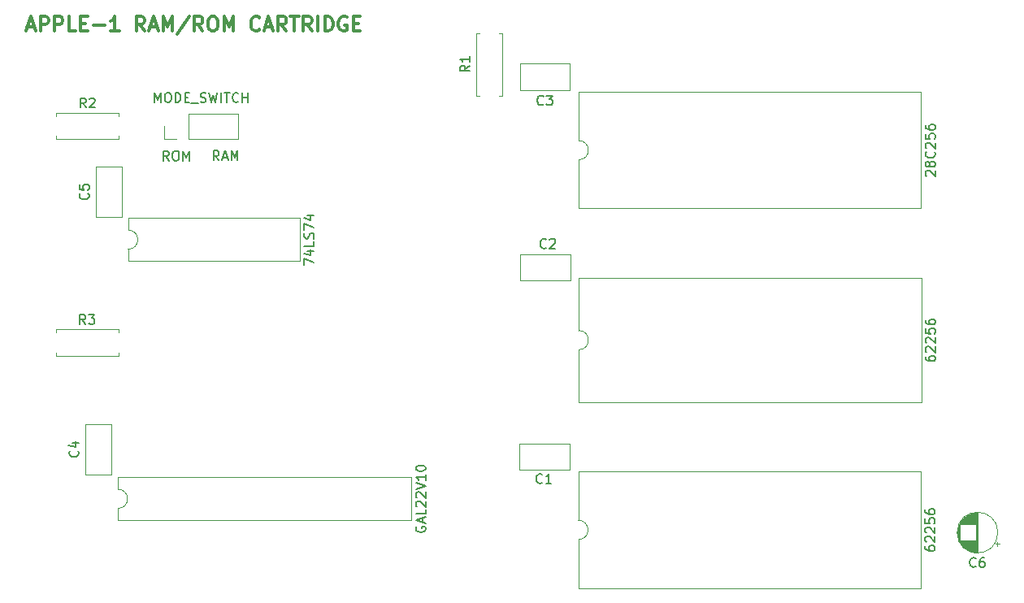
<source format=gbr>
G04 #@! TF.GenerationSoftware,KiCad,Pcbnew,(5.1.5-0)*
G04 #@! TF.CreationDate,2021-03-10T11:50:08+01:00*
G04 #@! TF.ProjectId,Apple1Cartridge,4170706c-6531-4436-9172-747269646765,rev?*
G04 #@! TF.SameCoordinates,Original*
G04 #@! TF.FileFunction,Legend,Top*
G04 #@! TF.FilePolarity,Positive*
%FSLAX46Y46*%
G04 Gerber Fmt 4.6, Leading zero omitted, Abs format (unit mm)*
G04 Created by KiCad (PCBNEW (5.1.5-0)) date 2021-03-10 11:50:08*
%MOMM*%
%LPD*%
G04 APERTURE LIST*
%ADD10C,0.150000*%
%ADD11C,0.300000*%
%ADD12C,0.120000*%
G04 APERTURE END LIST*
D10*
X115496743Y-80825600D02*
X115163410Y-80349410D01*
X114925315Y-80825600D02*
X114925315Y-79825600D01*
X115306267Y-79825600D01*
X115401505Y-79873220D01*
X115449124Y-79920839D01*
X115496743Y-80016077D01*
X115496743Y-80158934D01*
X115449124Y-80254172D01*
X115401505Y-80301791D01*
X115306267Y-80349410D01*
X114925315Y-80349410D01*
X115877696Y-80539886D02*
X116353886Y-80539886D01*
X115782458Y-80825600D02*
X116115791Y-79825600D01*
X116449124Y-80825600D01*
X116782458Y-80825600D02*
X116782458Y-79825600D01*
X117115791Y-80539886D01*
X117449124Y-79825600D01*
X117449124Y-80825600D01*
X110291025Y-80845920D02*
X109957692Y-80369730D01*
X109719597Y-80845920D02*
X109719597Y-79845920D01*
X110100549Y-79845920D01*
X110195787Y-79893540D01*
X110243406Y-79941159D01*
X110291025Y-80036397D01*
X110291025Y-80179254D01*
X110243406Y-80274492D01*
X110195787Y-80322111D01*
X110100549Y-80369730D01*
X109719597Y-80369730D01*
X110910073Y-79845920D02*
X111100549Y-79845920D01*
X111195787Y-79893540D01*
X111291025Y-79988778D01*
X111338644Y-80179254D01*
X111338644Y-80512587D01*
X111291025Y-80703063D01*
X111195787Y-80798301D01*
X111100549Y-80845920D01*
X110910073Y-80845920D01*
X110814835Y-80798301D01*
X110719597Y-80703063D01*
X110671978Y-80512587D01*
X110671978Y-80179254D01*
X110719597Y-79988778D01*
X110814835Y-79893540D01*
X110910073Y-79845920D01*
X111767216Y-80845920D02*
X111767216Y-79845920D01*
X112100549Y-80560206D01*
X112433882Y-79845920D01*
X112433882Y-80845920D01*
D11*
X95522997Y-66925000D02*
X96237282Y-66925000D01*
X95380140Y-67353571D02*
X95880140Y-65853571D01*
X96380140Y-67353571D01*
X96880140Y-67353571D02*
X96880140Y-65853571D01*
X97451568Y-65853571D01*
X97594425Y-65925000D01*
X97665854Y-65996428D01*
X97737282Y-66139285D01*
X97737282Y-66353571D01*
X97665854Y-66496428D01*
X97594425Y-66567857D01*
X97451568Y-66639285D01*
X96880140Y-66639285D01*
X98380140Y-67353571D02*
X98380140Y-65853571D01*
X98951568Y-65853571D01*
X99094425Y-65925000D01*
X99165854Y-65996428D01*
X99237282Y-66139285D01*
X99237282Y-66353571D01*
X99165854Y-66496428D01*
X99094425Y-66567857D01*
X98951568Y-66639285D01*
X98380140Y-66639285D01*
X100594425Y-67353571D02*
X99880140Y-67353571D01*
X99880140Y-65853571D01*
X101094425Y-66567857D02*
X101594425Y-66567857D01*
X101808711Y-67353571D02*
X101094425Y-67353571D01*
X101094425Y-65853571D01*
X101808711Y-65853571D01*
X102451568Y-66782142D02*
X103594425Y-66782142D01*
X105094425Y-67353571D02*
X104237282Y-67353571D01*
X104665854Y-67353571D02*
X104665854Y-65853571D01*
X104522997Y-66067857D01*
X104380140Y-66210714D01*
X104237282Y-66282142D01*
X107737282Y-67353571D02*
X107237282Y-66639285D01*
X106880140Y-67353571D02*
X106880140Y-65853571D01*
X107451568Y-65853571D01*
X107594425Y-65925000D01*
X107665854Y-65996428D01*
X107737282Y-66139285D01*
X107737282Y-66353571D01*
X107665854Y-66496428D01*
X107594425Y-66567857D01*
X107451568Y-66639285D01*
X106880140Y-66639285D01*
X108308711Y-66925000D02*
X109022997Y-66925000D01*
X108165854Y-67353571D02*
X108665854Y-65853571D01*
X109165854Y-67353571D01*
X109665854Y-67353571D02*
X109665854Y-65853571D01*
X110165854Y-66925000D01*
X110665854Y-65853571D01*
X110665854Y-67353571D01*
X112451568Y-65782142D02*
X111165854Y-67710714D01*
X113808711Y-67353571D02*
X113308711Y-66639285D01*
X112951568Y-67353571D02*
X112951568Y-65853571D01*
X113522997Y-65853571D01*
X113665854Y-65925000D01*
X113737282Y-65996428D01*
X113808711Y-66139285D01*
X113808711Y-66353571D01*
X113737282Y-66496428D01*
X113665854Y-66567857D01*
X113522997Y-66639285D01*
X112951568Y-66639285D01*
X114737282Y-65853571D02*
X115022997Y-65853571D01*
X115165854Y-65925000D01*
X115308711Y-66067857D01*
X115380140Y-66353571D01*
X115380140Y-66853571D01*
X115308711Y-67139285D01*
X115165854Y-67282142D01*
X115022997Y-67353571D01*
X114737282Y-67353571D01*
X114594425Y-67282142D01*
X114451568Y-67139285D01*
X114380140Y-66853571D01*
X114380140Y-66353571D01*
X114451568Y-66067857D01*
X114594425Y-65925000D01*
X114737282Y-65853571D01*
X116022997Y-67353571D02*
X116022997Y-65853571D01*
X116522997Y-66925000D01*
X117022997Y-65853571D01*
X117022997Y-67353571D01*
X119737282Y-67210714D02*
X119665854Y-67282142D01*
X119451568Y-67353571D01*
X119308711Y-67353571D01*
X119094425Y-67282142D01*
X118951568Y-67139285D01*
X118880140Y-66996428D01*
X118808711Y-66710714D01*
X118808711Y-66496428D01*
X118880140Y-66210714D01*
X118951568Y-66067857D01*
X119094425Y-65925000D01*
X119308711Y-65853571D01*
X119451568Y-65853571D01*
X119665854Y-65925000D01*
X119737282Y-65996428D01*
X120308711Y-66925000D02*
X121022997Y-66925000D01*
X120165854Y-67353571D02*
X120665854Y-65853571D01*
X121165854Y-67353571D01*
X122522997Y-67353571D02*
X122022997Y-66639285D01*
X121665854Y-67353571D02*
X121665854Y-65853571D01*
X122237282Y-65853571D01*
X122380140Y-65925000D01*
X122451568Y-65996428D01*
X122522997Y-66139285D01*
X122522997Y-66353571D01*
X122451568Y-66496428D01*
X122380140Y-66567857D01*
X122237282Y-66639285D01*
X121665854Y-66639285D01*
X122951568Y-65853571D02*
X123808711Y-65853571D01*
X123380140Y-67353571D02*
X123380140Y-65853571D01*
X125165854Y-67353571D02*
X124665854Y-66639285D01*
X124308711Y-67353571D02*
X124308711Y-65853571D01*
X124880140Y-65853571D01*
X125022997Y-65925000D01*
X125094425Y-65996428D01*
X125165854Y-66139285D01*
X125165854Y-66353571D01*
X125094425Y-66496428D01*
X125022997Y-66567857D01*
X124880140Y-66639285D01*
X124308711Y-66639285D01*
X125808711Y-67353571D02*
X125808711Y-65853571D01*
X126522997Y-67353571D02*
X126522997Y-65853571D01*
X126880140Y-65853571D01*
X127094425Y-65925000D01*
X127237282Y-66067857D01*
X127308711Y-66210714D01*
X127380140Y-66496428D01*
X127380140Y-66710714D01*
X127308711Y-66996428D01*
X127237282Y-67139285D01*
X127094425Y-67282142D01*
X126880140Y-67353571D01*
X126522997Y-67353571D01*
X128808711Y-65925000D02*
X128665854Y-65853571D01*
X128451568Y-65853571D01*
X128237282Y-65925000D01*
X128094425Y-66067857D01*
X128022997Y-66210714D01*
X127951568Y-66496428D01*
X127951568Y-66710714D01*
X128022997Y-66996428D01*
X128094425Y-67139285D01*
X128237282Y-67282142D01*
X128451568Y-67353571D01*
X128594425Y-67353571D01*
X128808711Y-67282142D01*
X128880140Y-67210714D01*
X128880140Y-66710714D01*
X128594425Y-66710714D01*
X129522997Y-66567857D02*
X130022997Y-66567857D01*
X130237282Y-67353571D02*
X129522997Y-67353571D01*
X129522997Y-65853571D01*
X130237282Y-65853571D01*
D12*
X152977540Y-73712260D02*
X152977540Y-78772260D01*
X188657540Y-73712260D02*
X152977540Y-73712260D01*
X188657540Y-85832260D02*
X188657540Y-73712260D01*
X152977540Y-85832260D02*
X188657540Y-85832260D01*
X152977540Y-80772260D02*
X152977540Y-85832260D01*
X152977540Y-78772260D02*
G75*
G02X152977540Y-80772260I0J-1000000D01*
G01*
X152985160Y-93093780D02*
X152985160Y-98553780D01*
X188665160Y-93093780D02*
X152985160Y-93093780D01*
X188665160Y-106013780D02*
X188665160Y-93093780D01*
X152985160Y-106013780D02*
X188665160Y-106013780D01*
X152985160Y-100553780D02*
X152985160Y-106013780D01*
X152985160Y-98553780D02*
G75*
G02X152985160Y-100553780I0J-1000000D01*
G01*
X152947060Y-113267680D02*
X152947060Y-118327680D01*
X188627060Y-113267680D02*
X152947060Y-113267680D01*
X188627060Y-125387680D02*
X188627060Y-113267680D01*
X152947060Y-125387680D02*
X188627060Y-125387680D01*
X152947060Y-120327680D02*
X152947060Y-125387680D01*
X152947060Y-118327680D02*
G75*
G02X152947060Y-120327680I0J-1000000D01*
G01*
X104971540Y-113840700D02*
X104971540Y-115090700D01*
X135571540Y-113840700D02*
X104971540Y-113840700D01*
X135571540Y-118340700D02*
X135571540Y-113840700D01*
X104971540Y-118340700D02*
X135571540Y-118340700D01*
X104971540Y-117090700D02*
X104971540Y-118340700D01*
X104971540Y-115090700D02*
G75*
G02X104971540Y-117090700I0J-1000000D01*
G01*
X106038340Y-86840500D02*
X106038340Y-88090500D01*
X123938340Y-86840500D02*
X106038340Y-86840500D01*
X123938340Y-91340500D02*
X123938340Y-86840500D01*
X106038340Y-91340500D02*
X123938340Y-91340500D01*
X106038340Y-90090500D02*
X106038340Y-91340500D01*
X106038340Y-88090500D02*
G75*
G02X106038340Y-90090500I0J-1000000D01*
G01*
X146868840Y-93348480D02*
X146868840Y-90608480D01*
X152108840Y-93348480D02*
X152108840Y-90608480D01*
X152108840Y-90608480D02*
X146868840Y-90608480D01*
X152108840Y-93348480D02*
X146868840Y-93348480D01*
X146835820Y-73488220D02*
X146835820Y-70748220D01*
X152075820Y-73488220D02*
X152075820Y-70748220D01*
X152075820Y-70748220D02*
X146835820Y-70748220D01*
X152075820Y-73488220D02*
X146835820Y-73488220D01*
X196591381Y-121003600D02*
X196591381Y-120603600D01*
X196791381Y-120803600D02*
X196391381Y-120803600D01*
X192440580Y-119978600D02*
X192440580Y-119238600D01*
X192480580Y-120145600D02*
X192480580Y-119071600D01*
X192520580Y-120272600D02*
X192520580Y-118944600D01*
X192560580Y-120376600D02*
X192560580Y-118840600D01*
X192600580Y-120467600D02*
X192600580Y-118749600D01*
X192640580Y-120548600D02*
X192640580Y-118668600D01*
X192680580Y-120621600D02*
X192680580Y-118595600D01*
X192720580Y-118768600D02*
X192720580Y-118528600D01*
X192720580Y-120688600D02*
X192720580Y-120448600D01*
X192760580Y-118768600D02*
X192760580Y-118466600D01*
X192760580Y-120750600D02*
X192760580Y-120448600D01*
X192800580Y-118768600D02*
X192800580Y-118408600D01*
X192800580Y-120808600D02*
X192800580Y-120448600D01*
X192840580Y-118768600D02*
X192840580Y-118354600D01*
X192840580Y-120862600D02*
X192840580Y-120448600D01*
X192880580Y-118768600D02*
X192880580Y-118304600D01*
X192880580Y-120912600D02*
X192880580Y-120448600D01*
X192920580Y-118768600D02*
X192920580Y-118257600D01*
X192920580Y-120959600D02*
X192920580Y-120448600D01*
X192960580Y-118768600D02*
X192960580Y-118212600D01*
X192960580Y-121004600D02*
X192960580Y-120448600D01*
X193000580Y-118768600D02*
X193000580Y-118170600D01*
X193000580Y-121046600D02*
X193000580Y-120448600D01*
X193040580Y-118768600D02*
X193040580Y-118130600D01*
X193040580Y-121086600D02*
X193040580Y-120448600D01*
X193080580Y-118768600D02*
X193080580Y-118092600D01*
X193080580Y-121124600D02*
X193080580Y-120448600D01*
X193120580Y-118768600D02*
X193120580Y-118056600D01*
X193120580Y-121160600D02*
X193120580Y-120448600D01*
X193160580Y-118768600D02*
X193160580Y-118021600D01*
X193160580Y-121195600D02*
X193160580Y-120448600D01*
X193200580Y-118768600D02*
X193200580Y-117989600D01*
X193200580Y-121227600D02*
X193200580Y-120448600D01*
X193240580Y-118768600D02*
X193240580Y-117958600D01*
X193240580Y-121258600D02*
X193240580Y-120448600D01*
X193280580Y-118768600D02*
X193280580Y-117928600D01*
X193280580Y-121288600D02*
X193280580Y-120448600D01*
X193320580Y-118768600D02*
X193320580Y-117900600D01*
X193320580Y-121316600D02*
X193320580Y-120448600D01*
X193360580Y-118768600D02*
X193360580Y-117873600D01*
X193360580Y-121343600D02*
X193360580Y-120448600D01*
X193400580Y-118768600D02*
X193400580Y-117848600D01*
X193400580Y-121368600D02*
X193400580Y-120448600D01*
X193440580Y-118768600D02*
X193440580Y-117823600D01*
X193440580Y-121393600D02*
X193440580Y-120448600D01*
X193480580Y-118768600D02*
X193480580Y-117800600D01*
X193480580Y-121416600D02*
X193480580Y-120448600D01*
X193520580Y-118768600D02*
X193520580Y-117778600D01*
X193520580Y-121438600D02*
X193520580Y-120448600D01*
X193560580Y-118768600D02*
X193560580Y-117757600D01*
X193560580Y-121459600D02*
X193560580Y-120448600D01*
X193600580Y-118768600D02*
X193600580Y-117738600D01*
X193600580Y-121478600D02*
X193600580Y-120448600D01*
X193640580Y-118768600D02*
X193640580Y-117719600D01*
X193640580Y-121497600D02*
X193640580Y-120448600D01*
X193680580Y-118768600D02*
X193680580Y-117701600D01*
X193680580Y-121515600D02*
X193680580Y-120448600D01*
X193720580Y-118768600D02*
X193720580Y-117684600D01*
X193720580Y-121532600D02*
X193720580Y-120448600D01*
X193760580Y-118768600D02*
X193760580Y-117668600D01*
X193760580Y-121548600D02*
X193760580Y-120448600D01*
X193800580Y-118768600D02*
X193800580Y-117654600D01*
X193800580Y-121562600D02*
X193800580Y-120448600D01*
X193841580Y-118768600D02*
X193841580Y-117640600D01*
X193841580Y-121576600D02*
X193841580Y-120448600D01*
X193881580Y-118768600D02*
X193881580Y-117626600D01*
X193881580Y-121590600D02*
X193881580Y-120448600D01*
X193921580Y-118768600D02*
X193921580Y-117614600D01*
X193921580Y-121602600D02*
X193921580Y-120448600D01*
X193961580Y-118768600D02*
X193961580Y-117603600D01*
X193961580Y-121613600D02*
X193961580Y-120448600D01*
X194001580Y-118768600D02*
X194001580Y-117592600D01*
X194001580Y-121624600D02*
X194001580Y-120448600D01*
X194041580Y-118768600D02*
X194041580Y-117583600D01*
X194041580Y-121633600D02*
X194041580Y-120448600D01*
X194081580Y-118768600D02*
X194081580Y-117574600D01*
X194081580Y-121642600D02*
X194081580Y-120448600D01*
X194121580Y-118768600D02*
X194121580Y-117566600D01*
X194121580Y-121650600D02*
X194121580Y-120448600D01*
X194161580Y-118768600D02*
X194161580Y-117558600D01*
X194161580Y-121658600D02*
X194161580Y-120448600D01*
X194201580Y-118768600D02*
X194201580Y-117552600D01*
X194201580Y-121664600D02*
X194201580Y-120448600D01*
X194241580Y-118768600D02*
X194241580Y-117546600D01*
X194241580Y-121670600D02*
X194241580Y-120448600D01*
X194281580Y-118768600D02*
X194281580Y-117541600D01*
X194281580Y-121675600D02*
X194281580Y-120448600D01*
X194321580Y-118768600D02*
X194321580Y-117537600D01*
X194321580Y-121679600D02*
X194321580Y-120448600D01*
X194361580Y-121682600D02*
X194361580Y-117534600D01*
X194401580Y-121685600D02*
X194401580Y-117531600D01*
X194441580Y-121687600D02*
X194441580Y-117529600D01*
X194481580Y-121688600D02*
X194481580Y-117528600D01*
X194521580Y-121688600D02*
X194521580Y-117528600D01*
X196641580Y-119608600D02*
G75*
G03X196641580Y-119608600I-2120000J0D01*
G01*
X142274620Y-74105520D02*
X142604620Y-74105520D01*
X142274620Y-67565520D02*
X142274620Y-74105520D01*
X142604620Y-67565520D02*
X142274620Y-67565520D01*
X145014620Y-74105520D02*
X144684620Y-74105520D01*
X145014620Y-67565520D02*
X145014620Y-74105520D01*
X144684620Y-67565520D02*
X145014620Y-67565520D01*
X105035100Y-101174220D02*
X105035100Y-100844220D01*
X98495100Y-101174220D02*
X105035100Y-101174220D01*
X98495100Y-100844220D02*
X98495100Y-101174220D01*
X105035100Y-98434220D02*
X105035100Y-98764220D01*
X98495100Y-98434220D02*
X105035100Y-98434220D01*
X98495100Y-98764220D02*
X98495100Y-98434220D01*
X105070660Y-78624100D02*
X105070660Y-78294100D01*
X98530660Y-78624100D02*
X105070660Y-78624100D01*
X98530660Y-78294100D02*
X98530660Y-78624100D01*
X105070660Y-75884100D02*
X105070660Y-76214100D01*
X98530660Y-75884100D02*
X105070660Y-75884100D01*
X98530660Y-76214100D02*
X98530660Y-75884100D01*
X109772140Y-78599340D02*
X109772140Y-77269340D01*
X111102140Y-78599340D02*
X109772140Y-78599340D01*
X112372140Y-78599340D02*
X112372140Y-75939340D01*
X112372140Y-75939340D02*
X117512140Y-75939340D01*
X112372140Y-78599340D02*
X117512140Y-78599340D01*
X117512140Y-78599340D02*
X117512140Y-75939340D01*
X101558420Y-108314180D02*
X104298420Y-108314180D01*
X101558420Y-113554180D02*
X104298420Y-113554180D01*
X104298420Y-113554180D02*
X104298420Y-108314180D01*
X101558420Y-113554180D02*
X101558420Y-108314180D01*
X102645540Y-81496860D02*
X105385540Y-81496860D01*
X102645540Y-86736860D02*
X105385540Y-86736860D01*
X105385540Y-86736860D02*
X105385540Y-81496860D01*
X102645540Y-86736860D02*
X102645540Y-81496860D01*
X146779940Y-113053800D02*
X146779940Y-110313800D01*
X152019940Y-113053800D02*
X152019940Y-110313800D01*
X152019940Y-110313800D02*
X146779940Y-110313800D01*
X152019940Y-113053800D02*
X146779940Y-113053800D01*
D10*
X189205159Y-82462736D02*
X189157540Y-82415117D01*
X189109920Y-82319879D01*
X189109920Y-82081783D01*
X189157540Y-81986545D01*
X189205159Y-81938926D01*
X189300397Y-81891307D01*
X189395635Y-81891307D01*
X189538492Y-81938926D01*
X190109920Y-82510355D01*
X190109920Y-81891307D01*
X189538492Y-81319879D02*
X189490873Y-81415117D01*
X189443254Y-81462736D01*
X189348016Y-81510355D01*
X189300397Y-81510355D01*
X189205159Y-81462736D01*
X189157540Y-81415117D01*
X189109920Y-81319879D01*
X189109920Y-81129402D01*
X189157540Y-81034164D01*
X189205159Y-80986545D01*
X189300397Y-80938926D01*
X189348016Y-80938926D01*
X189443254Y-80986545D01*
X189490873Y-81034164D01*
X189538492Y-81129402D01*
X189538492Y-81319879D01*
X189586111Y-81415117D01*
X189633730Y-81462736D01*
X189728968Y-81510355D01*
X189919444Y-81510355D01*
X190014682Y-81462736D01*
X190062301Y-81415117D01*
X190109920Y-81319879D01*
X190109920Y-81129402D01*
X190062301Y-81034164D01*
X190014682Y-80986545D01*
X189919444Y-80938926D01*
X189728968Y-80938926D01*
X189633730Y-80986545D01*
X189586111Y-81034164D01*
X189538492Y-81129402D01*
X190014682Y-79938926D02*
X190062301Y-79986545D01*
X190109920Y-80129402D01*
X190109920Y-80224640D01*
X190062301Y-80367498D01*
X189967063Y-80462736D01*
X189871825Y-80510355D01*
X189681349Y-80557974D01*
X189538492Y-80557974D01*
X189348016Y-80510355D01*
X189252778Y-80462736D01*
X189157540Y-80367498D01*
X189109920Y-80224640D01*
X189109920Y-80129402D01*
X189157540Y-79986545D01*
X189205159Y-79938926D01*
X189205159Y-79557974D02*
X189157540Y-79510355D01*
X189109920Y-79415117D01*
X189109920Y-79177021D01*
X189157540Y-79081783D01*
X189205159Y-79034164D01*
X189300397Y-78986545D01*
X189395635Y-78986545D01*
X189538492Y-79034164D01*
X190109920Y-79605593D01*
X190109920Y-78986545D01*
X189109920Y-78081783D02*
X189109920Y-78557974D01*
X189586111Y-78605593D01*
X189538492Y-78557974D01*
X189490873Y-78462736D01*
X189490873Y-78224640D01*
X189538492Y-78129402D01*
X189586111Y-78081783D01*
X189681349Y-78034164D01*
X189919444Y-78034164D01*
X190014682Y-78081783D01*
X190062301Y-78129402D01*
X190109920Y-78224640D01*
X190109920Y-78462736D01*
X190062301Y-78557974D01*
X190014682Y-78605593D01*
X189109920Y-77177021D02*
X189109920Y-77367498D01*
X189157540Y-77462736D01*
X189205159Y-77510355D01*
X189348016Y-77605593D01*
X189538492Y-77653212D01*
X189919444Y-77653212D01*
X190014682Y-77605593D01*
X190062301Y-77557974D01*
X190109920Y-77462736D01*
X190109920Y-77272260D01*
X190062301Y-77177021D01*
X190014682Y-77129402D01*
X189919444Y-77081783D01*
X189681349Y-77081783D01*
X189586111Y-77129402D01*
X189538492Y-77177021D01*
X189490873Y-77272260D01*
X189490873Y-77462736D01*
X189538492Y-77557974D01*
X189586111Y-77605593D01*
X189681349Y-77653212D01*
X189117540Y-101268065D02*
X189117540Y-101458541D01*
X189165160Y-101553780D01*
X189212779Y-101601399D01*
X189355636Y-101696637D01*
X189546112Y-101744256D01*
X189927064Y-101744256D01*
X190022302Y-101696637D01*
X190069921Y-101649018D01*
X190117540Y-101553780D01*
X190117540Y-101363303D01*
X190069921Y-101268065D01*
X190022302Y-101220446D01*
X189927064Y-101172827D01*
X189688969Y-101172827D01*
X189593731Y-101220446D01*
X189546112Y-101268065D01*
X189498493Y-101363303D01*
X189498493Y-101553780D01*
X189546112Y-101649018D01*
X189593731Y-101696637D01*
X189688969Y-101744256D01*
X189212779Y-100791875D02*
X189165160Y-100744256D01*
X189117540Y-100649018D01*
X189117540Y-100410922D01*
X189165160Y-100315684D01*
X189212779Y-100268065D01*
X189308017Y-100220446D01*
X189403255Y-100220446D01*
X189546112Y-100268065D01*
X190117540Y-100839494D01*
X190117540Y-100220446D01*
X189212779Y-99839494D02*
X189165160Y-99791875D01*
X189117540Y-99696637D01*
X189117540Y-99458541D01*
X189165160Y-99363303D01*
X189212779Y-99315684D01*
X189308017Y-99268065D01*
X189403255Y-99268065D01*
X189546112Y-99315684D01*
X190117540Y-99887113D01*
X190117540Y-99268065D01*
X189117540Y-98363303D02*
X189117540Y-98839494D01*
X189593731Y-98887113D01*
X189546112Y-98839494D01*
X189498493Y-98744256D01*
X189498493Y-98506160D01*
X189546112Y-98410922D01*
X189593731Y-98363303D01*
X189688969Y-98315684D01*
X189927064Y-98315684D01*
X190022302Y-98363303D01*
X190069921Y-98410922D01*
X190117540Y-98506160D01*
X190117540Y-98744256D01*
X190069921Y-98839494D01*
X190022302Y-98887113D01*
X189117540Y-97458541D02*
X189117540Y-97649018D01*
X189165160Y-97744256D01*
X189212779Y-97791875D01*
X189355636Y-97887113D01*
X189546112Y-97934732D01*
X189927064Y-97934732D01*
X190022302Y-97887113D01*
X190069921Y-97839494D01*
X190117540Y-97744256D01*
X190117540Y-97553780D01*
X190069921Y-97458541D01*
X190022302Y-97410922D01*
X189927064Y-97363303D01*
X189688969Y-97363303D01*
X189593731Y-97410922D01*
X189546112Y-97458541D01*
X189498493Y-97553780D01*
X189498493Y-97744256D01*
X189546112Y-97839494D01*
X189593731Y-97887113D01*
X189688969Y-97934732D01*
X189079440Y-121041965D02*
X189079440Y-121232441D01*
X189127060Y-121327680D01*
X189174679Y-121375299D01*
X189317536Y-121470537D01*
X189508012Y-121518156D01*
X189888964Y-121518156D01*
X189984202Y-121470537D01*
X190031821Y-121422918D01*
X190079440Y-121327680D01*
X190079440Y-121137203D01*
X190031821Y-121041965D01*
X189984202Y-120994346D01*
X189888964Y-120946727D01*
X189650869Y-120946727D01*
X189555631Y-120994346D01*
X189508012Y-121041965D01*
X189460393Y-121137203D01*
X189460393Y-121327680D01*
X189508012Y-121422918D01*
X189555631Y-121470537D01*
X189650869Y-121518156D01*
X189174679Y-120565775D02*
X189127060Y-120518156D01*
X189079440Y-120422918D01*
X189079440Y-120184822D01*
X189127060Y-120089584D01*
X189174679Y-120041965D01*
X189269917Y-119994346D01*
X189365155Y-119994346D01*
X189508012Y-120041965D01*
X190079440Y-120613394D01*
X190079440Y-119994346D01*
X189174679Y-119613394D02*
X189127060Y-119565775D01*
X189079440Y-119470537D01*
X189079440Y-119232441D01*
X189127060Y-119137203D01*
X189174679Y-119089584D01*
X189269917Y-119041965D01*
X189365155Y-119041965D01*
X189508012Y-119089584D01*
X190079440Y-119661013D01*
X190079440Y-119041965D01*
X189079440Y-118137203D02*
X189079440Y-118613394D01*
X189555631Y-118661013D01*
X189508012Y-118613394D01*
X189460393Y-118518156D01*
X189460393Y-118280060D01*
X189508012Y-118184822D01*
X189555631Y-118137203D01*
X189650869Y-118089584D01*
X189888964Y-118089584D01*
X189984202Y-118137203D01*
X190031821Y-118184822D01*
X190079440Y-118280060D01*
X190079440Y-118518156D01*
X190031821Y-118613394D01*
X189984202Y-118661013D01*
X189079440Y-117232441D02*
X189079440Y-117422918D01*
X189127060Y-117518156D01*
X189174679Y-117565775D01*
X189317536Y-117661013D01*
X189508012Y-117708632D01*
X189888964Y-117708632D01*
X189984202Y-117661013D01*
X190031821Y-117613394D01*
X190079440Y-117518156D01*
X190079440Y-117327680D01*
X190031821Y-117232441D01*
X189984202Y-117184822D01*
X189888964Y-117137203D01*
X189650869Y-117137203D01*
X189555631Y-117184822D01*
X189508012Y-117232441D01*
X189460393Y-117327680D01*
X189460393Y-117518156D01*
X189508012Y-117613394D01*
X189555631Y-117661013D01*
X189650869Y-117708632D01*
X136071540Y-118995461D02*
X136023920Y-119090700D01*
X136023920Y-119233557D01*
X136071540Y-119376414D01*
X136166778Y-119471652D01*
X136262016Y-119519271D01*
X136452492Y-119566890D01*
X136595349Y-119566890D01*
X136785825Y-119519271D01*
X136881063Y-119471652D01*
X136976301Y-119376414D01*
X137023920Y-119233557D01*
X137023920Y-119138319D01*
X136976301Y-118995461D01*
X136928682Y-118947842D01*
X136595349Y-118947842D01*
X136595349Y-119138319D01*
X136738206Y-118566890D02*
X136738206Y-118090700D01*
X137023920Y-118662128D02*
X136023920Y-118328795D01*
X137023920Y-117995461D01*
X137023920Y-117185938D02*
X137023920Y-117662128D01*
X136023920Y-117662128D01*
X136119159Y-116900223D02*
X136071540Y-116852604D01*
X136023920Y-116757366D01*
X136023920Y-116519271D01*
X136071540Y-116424033D01*
X136119159Y-116376414D01*
X136214397Y-116328795D01*
X136309635Y-116328795D01*
X136452492Y-116376414D01*
X137023920Y-116947842D01*
X137023920Y-116328795D01*
X136119159Y-115947842D02*
X136071540Y-115900223D01*
X136023920Y-115804985D01*
X136023920Y-115566890D01*
X136071540Y-115471652D01*
X136119159Y-115424033D01*
X136214397Y-115376414D01*
X136309635Y-115376414D01*
X136452492Y-115424033D01*
X137023920Y-115995461D01*
X137023920Y-115376414D01*
X136023920Y-115090700D02*
X137023920Y-114757366D01*
X136023920Y-114424033D01*
X137023920Y-113566890D02*
X137023920Y-114138319D01*
X137023920Y-113852604D02*
X136023920Y-113852604D01*
X136166778Y-113947842D01*
X136262016Y-114043080D01*
X136309635Y-114138319D01*
X136023920Y-112947842D02*
X136023920Y-112852604D01*
X136071540Y-112757366D01*
X136119159Y-112709747D01*
X136214397Y-112662128D01*
X136404873Y-112614509D01*
X136642968Y-112614509D01*
X136833444Y-112662128D01*
X136928682Y-112709747D01*
X136976301Y-112757366D01*
X137023920Y-112852604D01*
X137023920Y-112947842D01*
X136976301Y-113043080D01*
X136928682Y-113090700D01*
X136833444Y-113138319D01*
X136642968Y-113185938D01*
X136404873Y-113185938D01*
X136214397Y-113138319D01*
X136119159Y-113090700D01*
X136071540Y-113043080D01*
X136023920Y-112947842D01*
X124390720Y-91733357D02*
X124390720Y-91066690D01*
X125390720Y-91495261D01*
X124724054Y-90257166D02*
X125390720Y-90257166D01*
X124343101Y-90495261D02*
X125057387Y-90733357D01*
X125057387Y-90114309D01*
X125390720Y-89257166D02*
X125390720Y-89733357D01*
X124390720Y-89733357D01*
X125343101Y-88971452D02*
X125390720Y-88828595D01*
X125390720Y-88590500D01*
X125343101Y-88495261D01*
X125295482Y-88447642D01*
X125200244Y-88400023D01*
X125105006Y-88400023D01*
X125009768Y-88447642D01*
X124962149Y-88495261D01*
X124914530Y-88590500D01*
X124866911Y-88780976D01*
X124819292Y-88876214D01*
X124771673Y-88923833D01*
X124676435Y-88971452D01*
X124581197Y-88971452D01*
X124485959Y-88923833D01*
X124438340Y-88876214D01*
X124390720Y-88780976D01*
X124390720Y-88542880D01*
X124438340Y-88400023D01*
X124390720Y-88066690D02*
X124390720Y-87400023D01*
X125390720Y-87828595D01*
X124724054Y-86590500D02*
X125390720Y-86590500D01*
X124343101Y-86828595D02*
X125057387Y-87066690D01*
X125057387Y-86447642D01*
X149584113Y-89904842D02*
X149536494Y-89952461D01*
X149393637Y-90000080D01*
X149298399Y-90000080D01*
X149155541Y-89952461D01*
X149060303Y-89857223D01*
X149012684Y-89761985D01*
X148965065Y-89571509D01*
X148965065Y-89428652D01*
X149012684Y-89238176D01*
X149060303Y-89142938D01*
X149155541Y-89047700D01*
X149298399Y-89000080D01*
X149393637Y-89000080D01*
X149536494Y-89047700D01*
X149584113Y-89095319D01*
X149965065Y-89095319D02*
X150012684Y-89047700D01*
X150107922Y-89000080D01*
X150346018Y-89000080D01*
X150441256Y-89047700D01*
X150488875Y-89095319D01*
X150536494Y-89190557D01*
X150536494Y-89285795D01*
X150488875Y-89428652D01*
X149917446Y-90000080D01*
X150536494Y-90000080D01*
X149289153Y-74975362D02*
X149241534Y-75022981D01*
X149098677Y-75070600D01*
X149003439Y-75070600D01*
X148860581Y-75022981D01*
X148765343Y-74927743D01*
X148717724Y-74832505D01*
X148670105Y-74642029D01*
X148670105Y-74499172D01*
X148717724Y-74308696D01*
X148765343Y-74213458D01*
X148860581Y-74118220D01*
X149003439Y-74070600D01*
X149098677Y-74070600D01*
X149241534Y-74118220D01*
X149289153Y-74165839D01*
X149622486Y-74070600D02*
X150241534Y-74070600D01*
X149908200Y-74451553D01*
X150051058Y-74451553D01*
X150146296Y-74499172D01*
X150193915Y-74546791D01*
X150241534Y-74642029D01*
X150241534Y-74880124D01*
X150193915Y-74975362D01*
X150146296Y-75022981D01*
X150051058Y-75070600D01*
X149765343Y-75070600D01*
X149670105Y-75022981D01*
X149622486Y-74975362D01*
X194343993Y-123110262D02*
X194296374Y-123157881D01*
X194153517Y-123205500D01*
X194058279Y-123205500D01*
X193915421Y-123157881D01*
X193820183Y-123062643D01*
X193772564Y-122967405D01*
X193724945Y-122776929D01*
X193724945Y-122634072D01*
X193772564Y-122443596D01*
X193820183Y-122348358D01*
X193915421Y-122253120D01*
X194058279Y-122205500D01*
X194153517Y-122205500D01*
X194296374Y-122253120D01*
X194343993Y-122300739D01*
X195201136Y-122205500D02*
X195010660Y-122205500D01*
X194915421Y-122253120D01*
X194867802Y-122300739D01*
X194772564Y-122443596D01*
X194724945Y-122634072D01*
X194724945Y-123015024D01*
X194772564Y-123110262D01*
X194820183Y-123157881D01*
X194915421Y-123205500D01*
X195105898Y-123205500D01*
X195201136Y-123157881D01*
X195248755Y-123110262D01*
X195296374Y-123015024D01*
X195296374Y-122776929D01*
X195248755Y-122681691D01*
X195201136Y-122634072D01*
X195105898Y-122586453D01*
X194915421Y-122586453D01*
X194820183Y-122634072D01*
X194772564Y-122681691D01*
X194724945Y-122776929D01*
X141617960Y-70951386D02*
X141141770Y-71284720D01*
X141617960Y-71522815D02*
X140617960Y-71522815D01*
X140617960Y-71141862D01*
X140665580Y-71046624D01*
X140713199Y-70999005D01*
X140808437Y-70951386D01*
X140951294Y-70951386D01*
X141046532Y-70999005D01*
X141094151Y-71046624D01*
X141141770Y-71141862D01*
X141141770Y-71522815D01*
X141617960Y-69999005D02*
X141617960Y-70570434D01*
X141617960Y-70284720D02*
X140617960Y-70284720D01*
X140760818Y-70379958D01*
X140856056Y-70475196D01*
X140903675Y-70570434D01*
X101598433Y-97886600D02*
X101265100Y-97410410D01*
X101027004Y-97886600D02*
X101027004Y-96886600D01*
X101407957Y-96886600D01*
X101503195Y-96934220D01*
X101550814Y-96981839D01*
X101598433Y-97077077D01*
X101598433Y-97219934D01*
X101550814Y-97315172D01*
X101503195Y-97362791D01*
X101407957Y-97410410D01*
X101027004Y-97410410D01*
X101931766Y-96886600D02*
X102550814Y-96886600D01*
X102217480Y-97267553D01*
X102360338Y-97267553D01*
X102455576Y-97315172D01*
X102503195Y-97362791D01*
X102550814Y-97458029D01*
X102550814Y-97696124D01*
X102503195Y-97791362D01*
X102455576Y-97838981D01*
X102360338Y-97886600D01*
X102074623Y-97886600D01*
X101979385Y-97838981D01*
X101931766Y-97791362D01*
X101633993Y-75336480D02*
X101300660Y-74860290D01*
X101062564Y-75336480D02*
X101062564Y-74336480D01*
X101443517Y-74336480D01*
X101538755Y-74384100D01*
X101586374Y-74431719D01*
X101633993Y-74526957D01*
X101633993Y-74669814D01*
X101586374Y-74765052D01*
X101538755Y-74812671D01*
X101443517Y-74860290D01*
X101062564Y-74860290D01*
X102014945Y-74431719D02*
X102062564Y-74384100D01*
X102157802Y-74336480D01*
X102395898Y-74336480D01*
X102491136Y-74384100D01*
X102538755Y-74431719D01*
X102586374Y-74526957D01*
X102586374Y-74622195D01*
X102538755Y-74765052D01*
X101967326Y-75336480D01*
X102586374Y-75336480D01*
X108763727Y-74780400D02*
X108763727Y-73780400D01*
X109097060Y-74494686D01*
X109430394Y-73780400D01*
X109430394Y-74780400D01*
X110097060Y-73780400D02*
X110287537Y-73780400D01*
X110382775Y-73828020D01*
X110478013Y-73923258D01*
X110525632Y-74113734D01*
X110525632Y-74447067D01*
X110478013Y-74637543D01*
X110382775Y-74732781D01*
X110287537Y-74780400D01*
X110097060Y-74780400D01*
X110001822Y-74732781D01*
X109906584Y-74637543D01*
X109858965Y-74447067D01*
X109858965Y-74113734D01*
X109906584Y-73923258D01*
X110001822Y-73828020D01*
X110097060Y-73780400D01*
X110954203Y-74780400D02*
X110954203Y-73780400D01*
X111192299Y-73780400D01*
X111335156Y-73828020D01*
X111430394Y-73923258D01*
X111478013Y-74018496D01*
X111525632Y-74208972D01*
X111525632Y-74351829D01*
X111478013Y-74542305D01*
X111430394Y-74637543D01*
X111335156Y-74732781D01*
X111192299Y-74780400D01*
X110954203Y-74780400D01*
X111954203Y-74256591D02*
X112287537Y-74256591D01*
X112430394Y-74780400D02*
X111954203Y-74780400D01*
X111954203Y-73780400D01*
X112430394Y-73780400D01*
X112620870Y-74875639D02*
X113382775Y-74875639D01*
X113573251Y-74732781D02*
X113716108Y-74780400D01*
X113954203Y-74780400D01*
X114049441Y-74732781D01*
X114097060Y-74685162D01*
X114144680Y-74589924D01*
X114144680Y-74494686D01*
X114097060Y-74399448D01*
X114049441Y-74351829D01*
X113954203Y-74304210D01*
X113763727Y-74256591D01*
X113668489Y-74208972D01*
X113620870Y-74161353D01*
X113573251Y-74066115D01*
X113573251Y-73970877D01*
X113620870Y-73875639D01*
X113668489Y-73828020D01*
X113763727Y-73780400D01*
X114001822Y-73780400D01*
X114144680Y-73828020D01*
X114478013Y-73780400D02*
X114716108Y-74780400D01*
X114906584Y-74066115D01*
X115097060Y-74780400D01*
X115335156Y-73780400D01*
X115716108Y-74780400D02*
X115716108Y-73780400D01*
X116049441Y-73780400D02*
X116620870Y-73780400D01*
X116335156Y-74780400D02*
X116335156Y-73780400D01*
X117525632Y-74685162D02*
X117478013Y-74732781D01*
X117335156Y-74780400D01*
X117239918Y-74780400D01*
X117097060Y-74732781D01*
X117001822Y-74637543D01*
X116954203Y-74542305D01*
X116906584Y-74351829D01*
X116906584Y-74208972D01*
X116954203Y-74018496D01*
X117001822Y-73923258D01*
X117097060Y-73828020D01*
X117239918Y-73780400D01*
X117335156Y-73780400D01*
X117478013Y-73828020D01*
X117525632Y-73875639D01*
X117954203Y-74780400D02*
X117954203Y-73780400D01*
X117954203Y-74256591D02*
X118525632Y-74256591D01*
X118525632Y-74780400D02*
X118525632Y-73780400D01*
X100785562Y-111100846D02*
X100833181Y-111148465D01*
X100880800Y-111291322D01*
X100880800Y-111386560D01*
X100833181Y-111529418D01*
X100737943Y-111624656D01*
X100642705Y-111672275D01*
X100452229Y-111719894D01*
X100309372Y-111719894D01*
X100118896Y-111672275D01*
X100023658Y-111624656D01*
X99928420Y-111529418D01*
X99880800Y-111386560D01*
X99880800Y-111291322D01*
X99928420Y-111148465D01*
X99976039Y-111100846D01*
X100214134Y-110243703D02*
X100880800Y-110243703D01*
X99833181Y-110481799D02*
X100547467Y-110719894D01*
X100547467Y-110100846D01*
X101872682Y-84283526D02*
X101920301Y-84331145D01*
X101967920Y-84474002D01*
X101967920Y-84569240D01*
X101920301Y-84712098D01*
X101825063Y-84807336D01*
X101729825Y-84854955D01*
X101539349Y-84902574D01*
X101396492Y-84902574D01*
X101206016Y-84854955D01*
X101110778Y-84807336D01*
X101015540Y-84712098D01*
X100967920Y-84569240D01*
X100967920Y-84474002D01*
X101015540Y-84331145D01*
X101063159Y-84283526D01*
X100967920Y-83378764D02*
X100967920Y-83854955D01*
X101444111Y-83902574D01*
X101396492Y-83854955D01*
X101348873Y-83759717D01*
X101348873Y-83521621D01*
X101396492Y-83426383D01*
X101444111Y-83378764D01*
X101539349Y-83331145D01*
X101777444Y-83331145D01*
X101872682Y-83378764D01*
X101920301Y-83426383D01*
X101967920Y-83521621D01*
X101967920Y-83759717D01*
X101920301Y-83854955D01*
X101872682Y-83902574D01*
X149167553Y-114382822D02*
X149119934Y-114430441D01*
X148977077Y-114478060D01*
X148881839Y-114478060D01*
X148738981Y-114430441D01*
X148643743Y-114335203D01*
X148596124Y-114239965D01*
X148548505Y-114049489D01*
X148548505Y-113906632D01*
X148596124Y-113716156D01*
X148643743Y-113620918D01*
X148738981Y-113525680D01*
X148881839Y-113478060D01*
X148977077Y-113478060D01*
X149119934Y-113525680D01*
X149167553Y-113573299D01*
X150119934Y-114478060D02*
X149548505Y-114478060D01*
X149834220Y-114478060D02*
X149834220Y-113478060D01*
X149738981Y-113620918D01*
X149643743Y-113716156D01*
X149548505Y-113763775D01*
M02*

</source>
